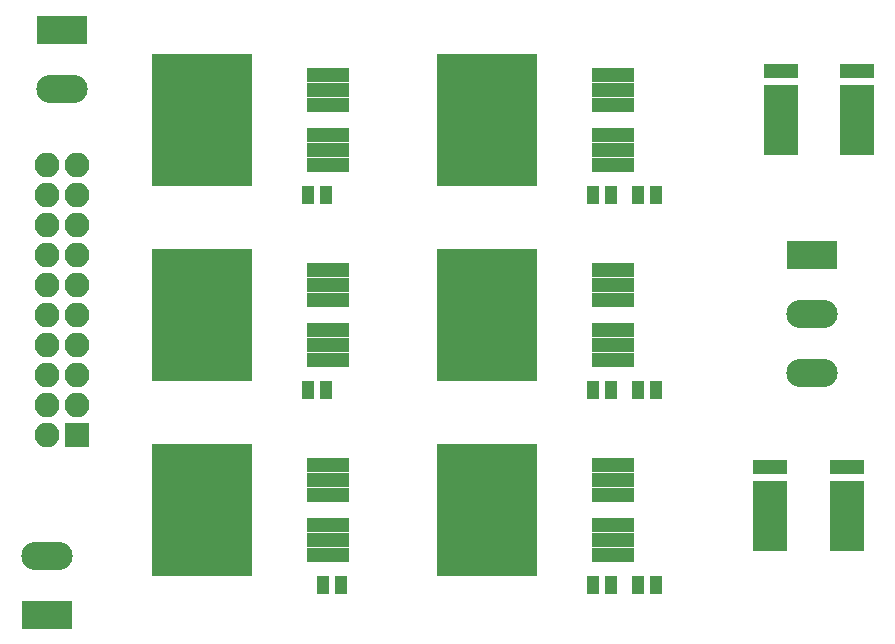
<source format=gbr>
G04 #@! TF.FileFunction,Soldermask,Top*
%FSLAX46Y46*%
G04 Gerber Fmt 4.6, Leading zero omitted, Abs format (unit mm)*
G04 Created by KiCad (PCBNEW 4.0.6) date 05/21/18 13:30:20*
%MOMM*%
%LPD*%
G01*
G04 APERTURE LIST*
%ADD10C,0.100000*%
%ADD11R,2.100000X2.100000*%
%ADD12O,2.100000X2.100000*%
%ADD13R,4.360000X2.380000*%
%ADD14O,4.360000X2.380000*%
%ADD15R,8.550860X11.200080*%
%ADD16R,3.600400X1.299160*%
%ADD17R,1.035000X1.543000*%
%ADD18R,2.838400X5.988000*%
%ADD19R,2.838400X1.289000*%
G04 APERTURE END LIST*
D10*
D11*
X172720000Y-128270000D03*
D12*
X170180000Y-128270000D03*
X172720000Y-125730000D03*
X170180000Y-125730000D03*
X172720000Y-123190000D03*
X170180000Y-123190000D03*
X172720000Y-120650000D03*
X170180000Y-120650000D03*
X172720000Y-118110000D03*
X170180000Y-118110000D03*
X172720000Y-115570000D03*
X170180000Y-115570000D03*
X172720000Y-113030000D03*
X170180000Y-113030000D03*
X172720000Y-110490000D03*
X170180000Y-110490000D03*
X172720000Y-107950000D03*
X170180000Y-107950000D03*
X172720000Y-105410000D03*
X170180000Y-105410000D03*
D13*
X234950000Y-113030000D03*
D14*
X234950000Y-118030000D03*
X234950000Y-123030000D03*
D15*
X183329580Y-134620000D03*
D16*
X193931540Y-138430000D03*
X193931540Y-137160000D03*
X193931540Y-135890000D03*
X193931540Y-133350000D03*
X193931540Y-132080000D03*
X193931540Y-130810000D03*
D15*
X207459580Y-134620000D03*
D16*
X218061540Y-138430000D03*
X218061540Y-137160000D03*
X218061540Y-135890000D03*
X218061540Y-133350000D03*
X218061540Y-132080000D03*
X218061540Y-130810000D03*
D15*
X183329580Y-118110000D03*
D16*
X193931540Y-121920000D03*
X193931540Y-120650000D03*
X193931540Y-119380000D03*
X193931540Y-116840000D03*
X193931540Y-115570000D03*
X193931540Y-114300000D03*
D15*
X207459580Y-118110000D03*
D16*
X218061540Y-121920000D03*
X218061540Y-120650000D03*
X218061540Y-119380000D03*
X218061540Y-116840000D03*
X218061540Y-115570000D03*
X218061540Y-114300000D03*
D15*
X183329580Y-101600000D03*
D16*
X193931540Y-105410000D03*
X193931540Y-104140000D03*
X193931540Y-102870000D03*
X193931540Y-100330000D03*
X193931540Y-99060000D03*
X193931540Y-97790000D03*
D15*
X207459580Y-101600000D03*
D16*
X218061540Y-105410000D03*
X218061540Y-104140000D03*
X218061540Y-102870000D03*
X218061540Y-100330000D03*
X218061540Y-99060000D03*
X218061540Y-97790000D03*
D17*
X195072000Y-140970000D03*
X193548000Y-140970000D03*
X217932000Y-140970000D03*
X216408000Y-140970000D03*
X221742000Y-140970000D03*
X220218000Y-140970000D03*
D18*
X231394000Y-135128000D03*
X237871000Y-135128000D03*
D19*
X231394000Y-131000500D03*
X237871000Y-131000500D03*
D17*
X193802000Y-124460000D03*
X192278000Y-124460000D03*
X217932000Y-124460000D03*
X216408000Y-124460000D03*
X221742000Y-124460000D03*
X220218000Y-124460000D03*
D18*
X232283000Y-101600000D03*
X238760000Y-101600000D03*
D19*
X232283000Y-97472500D03*
X238760000Y-97472500D03*
D17*
X193802000Y-107950000D03*
X192278000Y-107950000D03*
X217932000Y-107950000D03*
X216408000Y-107950000D03*
X221742000Y-107950000D03*
X220218000Y-107950000D03*
D13*
X170180000Y-143510000D03*
D14*
X170180000Y-138510000D03*
D13*
X171450000Y-93980000D03*
D14*
X171450000Y-98980000D03*
M02*

</source>
